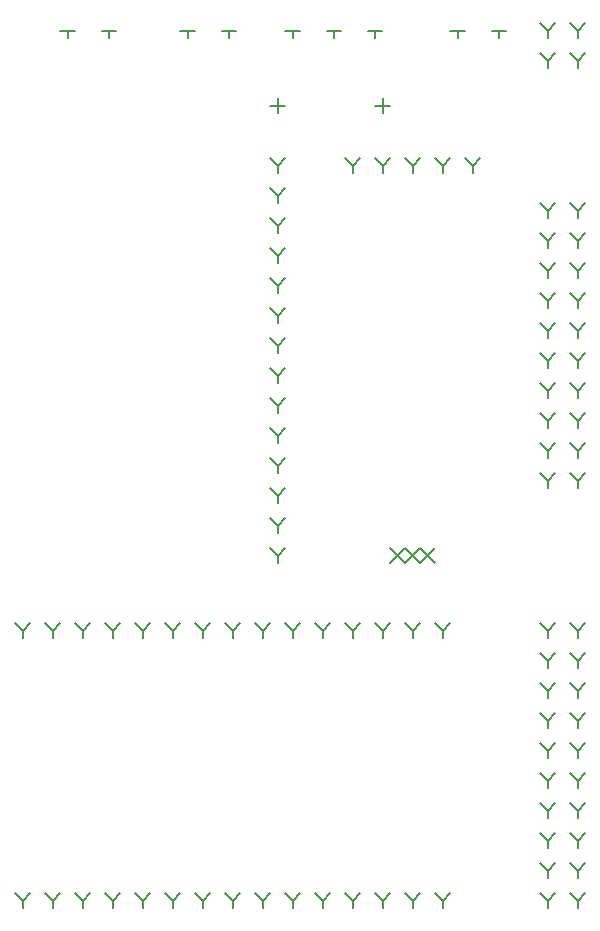
<source format=gbr>
G04 DipTrace 3.3.1.3*
G04 Through.gbr*
%MOIN*%
G04 #@! TF.FileFunction,Plated,1,2,PTH,Drill*
G04 #@! TF.Part,Single*
G04 Drill Symbols*
G04 D=0.019121 - Cross*
G04 D=0.027559 - X*
G04 D=0.035433 - Y*
G04 D=0.055118 - T*
%ADD10C,0.00787*%
%FSLAX26Y26*%
G04*
G70*
G90*
G75*
G01*
X2370100Y1417300D2*
D10*
X2393700Y1393700D1*
X2417300Y1417300D1*
X2393700Y1393700D2*
Y1370100D1*
X2470100Y1417300D2*
X2493700Y1393700D1*
X2517300Y1417300D1*
X2493700Y1393700D2*
Y1370100D1*
X2370100Y1317300D2*
X2393700Y1293700D1*
X2417300Y1317300D1*
X2393700Y1293700D2*
Y1270100D1*
X2470100Y1317300D2*
X2493700Y1293700D1*
X2517300Y1317300D1*
X2493700Y1293700D2*
Y1270100D1*
X2370100Y1217300D2*
X2393700Y1193700D1*
X2417300Y1217300D1*
X2393700Y1193700D2*
Y1170100D1*
X2470100Y1217300D2*
X2493700Y1193700D1*
X2517300Y1217300D1*
X2493700Y1193700D2*
Y1170100D1*
X2370100Y1117300D2*
X2393700Y1093700D1*
X2417300Y1117300D1*
X2393700Y1093700D2*
Y1070100D1*
X2470100Y1117300D2*
X2493700Y1093700D1*
X2517300Y1117300D1*
X2493700Y1093700D2*
Y1070100D1*
X2370100Y1017300D2*
X2393700Y993700D1*
X2417300Y1017300D1*
X2393700Y993700D2*
Y970100D1*
X2470100Y1017300D2*
X2493700Y993700D1*
X2517300Y1017300D1*
X2493700Y993700D2*
Y970100D1*
X2370100Y917300D2*
X2393700Y893700D1*
X2417300Y917300D1*
X2393700Y893700D2*
Y870100D1*
X2470100Y917300D2*
X2493700Y893700D1*
X2517300Y917300D1*
X2493700Y893700D2*
Y870100D1*
X2370100Y817300D2*
X2393700Y793700D1*
X2417300Y817300D1*
X2393700Y793700D2*
Y770100D1*
X2470100Y817300D2*
X2493700Y793700D1*
X2517300Y817300D1*
X2493700Y793700D2*
Y770100D1*
X2370100Y717300D2*
X2393700Y693700D1*
X2417300Y717300D1*
X2393700Y693700D2*
Y670100D1*
X2470100Y717300D2*
X2493700Y693700D1*
X2517300Y717300D1*
X2493700Y693700D2*
Y670100D1*
X2370100Y617300D2*
X2393700Y593700D1*
X2417300Y617300D1*
X2393700Y593700D2*
Y570100D1*
X2470100Y617300D2*
X2493700Y593700D1*
X2517300Y617300D1*
X2493700Y593700D2*
Y570100D1*
X2370100Y517300D2*
X2393700Y493700D1*
X2417300Y517300D1*
X2393700Y493700D2*
Y470100D1*
X2470100Y517300D2*
X2493700Y493700D1*
X2517300Y517300D1*
X2493700Y493700D2*
Y470100D1*
X2370100Y2817300D2*
X2393700Y2793700D1*
X2417300Y2817300D1*
X2393700Y2793700D2*
Y2770100D1*
X2470100Y2817300D2*
X2493700Y2793700D1*
X2517300Y2817300D1*
X2493700Y2793700D2*
Y2770100D1*
X2370100Y2717300D2*
X2393700Y2693700D1*
X2417300Y2717300D1*
X2393700Y2693700D2*
Y2670100D1*
X2470100Y2717300D2*
X2493700Y2693700D1*
X2517300Y2717300D1*
X2493700Y2693700D2*
Y2670100D1*
X2370100Y2617300D2*
X2393700Y2593700D1*
X2417300Y2617300D1*
X2393700Y2593700D2*
Y2570100D1*
X2470100Y2617300D2*
X2493700Y2593700D1*
X2517300Y2617300D1*
X2493700Y2593700D2*
Y2570100D1*
X2370100Y2517300D2*
X2393700Y2493700D1*
X2417300Y2517300D1*
X2393700Y2493700D2*
Y2470100D1*
X2470100Y2517300D2*
X2493700Y2493700D1*
X2517300Y2517300D1*
X2493700Y2493700D2*
Y2470100D1*
X2370100Y2417300D2*
X2393700Y2393700D1*
X2417300Y2417300D1*
X2393700Y2393700D2*
Y2370100D1*
X2470100Y2417300D2*
X2493700Y2393700D1*
X2517300Y2417300D1*
X2493700Y2393700D2*
Y2370100D1*
X2370100Y2317300D2*
X2393700Y2293700D1*
X2417300Y2317300D1*
X2393700Y2293700D2*
Y2270100D1*
X2470100Y2317300D2*
X2493700Y2293700D1*
X2517300Y2317300D1*
X2493700Y2293700D2*
Y2270100D1*
X2370100Y2217300D2*
X2393700Y2193700D1*
X2417300Y2217300D1*
X2393700Y2193700D2*
Y2170100D1*
X2470100Y2217300D2*
X2493700Y2193700D1*
X2517300Y2217300D1*
X2493700Y2193700D2*
Y2170100D1*
X2370100Y2117300D2*
X2393700Y2093700D1*
X2417300Y2117300D1*
X2393700Y2093700D2*
Y2070100D1*
X2470100Y2117300D2*
X2493700Y2093700D1*
X2517300Y2117300D1*
X2493700Y2093700D2*
Y2070100D1*
X2370100Y2017300D2*
X2393700Y1993700D1*
X2417300Y2017300D1*
X2393700Y1993700D2*
Y1970100D1*
X2470100Y2017300D2*
X2493700Y1993700D1*
X2517300Y2017300D1*
X2493700Y1993700D2*
Y1970100D1*
X2370100Y1917300D2*
X2393700Y1893700D1*
X2417300Y1917300D1*
X2393700Y1893700D2*
Y1870100D1*
X2470100Y1917300D2*
X2493700Y1893700D1*
X2517300Y1917300D1*
X2493700Y1893700D2*
Y1870100D1*
X2470100Y3417300D2*
X2493700Y3393700D1*
X2517300Y3417300D1*
X2493700Y3393700D2*
Y3370100D1*
X2470100Y3317300D2*
X2493700Y3293700D1*
X2517300Y3317300D1*
X2493700Y3293700D2*
Y3270100D1*
X2370100Y3417300D2*
X2393700Y3393700D1*
X2417300Y3417300D1*
X2393700Y3393700D2*
Y3370100D1*
X2370100Y3317300D2*
X2393700Y3293700D1*
X2417300Y3317300D1*
X2393700Y3293700D2*
Y3270100D1*
X2120100Y2967300D2*
X2143700Y2943700D1*
X2167300Y2967300D1*
X2143700Y2943700D2*
Y2920100D1*
X2020100Y2967300D2*
X2043700Y2943700D1*
X2067300Y2967300D1*
X2043700Y2943700D2*
Y2920100D1*
X1920100Y2967300D2*
X1943700Y2943700D1*
X1967300Y2967300D1*
X1943700Y2943700D2*
Y2920100D1*
X1820100Y2967300D2*
X1843700Y2943700D1*
X1867300Y2967300D1*
X1843700Y2943700D2*
Y2920100D1*
X1720100Y2967300D2*
X1743700Y2943700D1*
X1767300Y2967300D1*
X1743700Y2943700D2*
Y2920100D1*
X2070100Y3393700D2*
X2117300D1*
X2093700D2*
Y3370100D1*
X2207895Y3393700D2*
X2255095D1*
X2231495D2*
Y3370100D1*
X1470100Y1667300D2*
X1493700Y1643700D1*
X1517300Y1667300D1*
X1493700Y1643700D2*
Y1620100D1*
X1470100Y1767300D2*
X1493700Y1743700D1*
X1517300Y1767300D1*
X1493700Y1743700D2*
Y1720100D1*
X1470100Y1867300D2*
X1493700Y1843700D1*
X1517300Y1867300D1*
X1493700Y1843700D2*
Y1820100D1*
X1470100Y1967300D2*
X1493700Y1943700D1*
X1517300Y1967300D1*
X1493700Y1943700D2*
Y1920100D1*
X1470100Y2067300D2*
X1493700Y2043700D1*
X1517300Y2067300D1*
X1493700Y2043700D2*
Y2020100D1*
X1470100Y2167300D2*
X1493700Y2143700D1*
X1517300Y2167300D1*
X1493700Y2143700D2*
Y2120100D1*
X1470100Y2267300D2*
X1493700Y2243700D1*
X1517300Y2267300D1*
X1493700Y2243700D2*
Y2220100D1*
X1470100Y2367300D2*
X1493700Y2343700D1*
X1517300Y2367300D1*
X1493700Y2343700D2*
Y2320100D1*
X1470100Y2467300D2*
X1493700Y2443700D1*
X1517300Y2467300D1*
X1493700Y2443700D2*
Y2420100D1*
X1470100Y2567300D2*
X1493700Y2543700D1*
X1517300Y2567300D1*
X1493700Y2543700D2*
Y2520100D1*
X1470100Y2667300D2*
X1493700Y2643700D1*
X1517300Y2667300D1*
X1493700Y2643700D2*
Y2620100D1*
X1470100Y2767300D2*
X1493700Y2743700D1*
X1517300Y2767300D1*
X1493700Y2743700D2*
Y2720100D1*
X1470100Y2867300D2*
X1493700Y2843700D1*
X1517300Y2867300D1*
X1493700Y2843700D2*
Y2820100D1*
X1470100Y2967300D2*
X1493700Y2943700D1*
X1517300Y2967300D1*
X1493700Y2943700D2*
Y2920100D1*
X770100Y3393700D2*
X817300D1*
X793700D2*
Y3370100D1*
X907895Y3393700D2*
X955095D1*
X931495D2*
Y3370100D1*
X1170100Y3393700D2*
X1217300D1*
X1193700D2*
Y3370100D1*
X1307895Y3393700D2*
X1355095D1*
X1331495D2*
Y3370100D1*
X1870100Y1667300D2*
X1917300Y1620100D1*
Y1667300D2*
X1870100Y1620100D1*
X1920100Y1667300D2*
X1967300Y1620100D1*
Y1667300D2*
X1920100Y1620100D1*
X1970100Y1667300D2*
X2017300Y1620100D1*
Y1667300D2*
X1970100Y1620100D1*
X2020100Y517300D2*
X2043700Y493700D1*
X2067300Y517300D1*
X2043700Y493700D2*
Y470100D1*
X1920100Y517300D2*
X1943700Y493700D1*
X1967300Y517300D1*
X1943700Y493700D2*
Y470100D1*
X1820100Y517300D2*
X1843700Y493700D1*
X1867300Y517300D1*
X1843700Y493700D2*
Y470100D1*
X1720100Y517300D2*
X1743700Y493700D1*
X1767300Y517300D1*
X1743700Y493700D2*
Y470100D1*
X1620100Y517300D2*
X1643700Y493700D1*
X1667300Y517300D1*
X1643700Y493700D2*
Y470100D1*
X1520100Y517300D2*
X1543700Y493700D1*
X1567300Y517300D1*
X1543700Y493700D2*
Y470100D1*
X1420100Y517300D2*
X1443700Y493700D1*
X1467300Y517300D1*
X1443700Y493700D2*
Y470100D1*
X1320100Y517300D2*
X1343700Y493700D1*
X1367300Y517300D1*
X1343700Y493700D2*
Y470100D1*
X1220100Y517300D2*
X1243700Y493700D1*
X1267300Y517300D1*
X1243700Y493700D2*
Y470100D1*
X1120100Y517300D2*
X1143700Y493700D1*
X1167300Y517300D1*
X1143700Y493700D2*
Y470100D1*
X1020100Y517300D2*
X1043700Y493700D1*
X1067300Y517300D1*
X1043700Y493700D2*
Y470100D1*
X920100Y517300D2*
X943700Y493700D1*
X967300Y517300D1*
X943700Y493700D2*
Y470100D1*
X820100Y517300D2*
X843700Y493700D1*
X867300Y517300D1*
X843700Y493700D2*
Y470100D1*
X720100Y517300D2*
X743700Y493700D1*
X767300Y517300D1*
X743700Y493700D2*
Y470100D1*
X620100Y517300D2*
X643700Y493700D1*
X667300Y517300D1*
X643700Y493700D2*
Y470100D1*
X2020100Y1417300D2*
X2043700Y1393700D1*
X2067300Y1417300D1*
X2043700Y1393700D2*
Y1370100D1*
X1920100Y1417300D2*
X1943700Y1393700D1*
X1967300Y1417300D1*
X1943700Y1393700D2*
Y1370100D1*
X1820100Y1417300D2*
X1843700Y1393700D1*
X1867300Y1417300D1*
X1843700Y1393700D2*
Y1370100D1*
X1720100Y1417300D2*
X1743700Y1393700D1*
X1767300Y1417300D1*
X1743700Y1393700D2*
Y1370100D1*
X1620100Y1417300D2*
X1643700Y1393700D1*
X1667300Y1417300D1*
X1643700Y1393700D2*
Y1370100D1*
X1520100Y1417300D2*
X1543700Y1393700D1*
X1567300Y1417300D1*
X1543700Y1393700D2*
Y1370100D1*
X1420100Y1417300D2*
X1443700Y1393700D1*
X1467300Y1417300D1*
X1443700Y1393700D2*
Y1370100D1*
X1320100Y1417300D2*
X1343700Y1393700D1*
X1367300Y1417300D1*
X1343700Y1393700D2*
Y1370100D1*
X1220100Y1417300D2*
X1243700Y1393700D1*
X1267300Y1417300D1*
X1243700Y1393700D2*
Y1370100D1*
X1120100Y1417300D2*
X1143700Y1393700D1*
X1167300Y1417300D1*
X1143700Y1393700D2*
Y1370100D1*
X1020100Y1417300D2*
X1043700Y1393700D1*
X1067300Y1417300D1*
X1043700Y1393700D2*
Y1370100D1*
X920100Y1417300D2*
X943700Y1393700D1*
X967300Y1417300D1*
X943700Y1393700D2*
Y1370100D1*
X820100Y1417300D2*
X843700Y1393700D1*
X867300Y1417300D1*
X843700Y1393700D2*
Y1370100D1*
X720100Y1417300D2*
X743700Y1393700D1*
X767300Y1417300D1*
X743700Y1393700D2*
Y1370100D1*
X620100Y1417300D2*
X643700Y1393700D1*
X667300Y1417300D1*
X643700Y1393700D2*
Y1370100D1*
X1520100Y3393700D2*
X1567300D1*
X1543700D2*
Y3370100D1*
X1657895Y3393700D2*
X1705095D1*
X1681495D2*
Y3370100D1*
X1795691Y3393700D2*
X1842891D1*
X1819291D2*
Y3370100D1*
X1493700Y3167300D2*
Y3120100D1*
X1470100Y3143700D2*
X1517300D1*
X1843700Y3167300D2*
Y3120100D1*
X1820100Y3143700D2*
X1867300D1*
M02*

</source>
